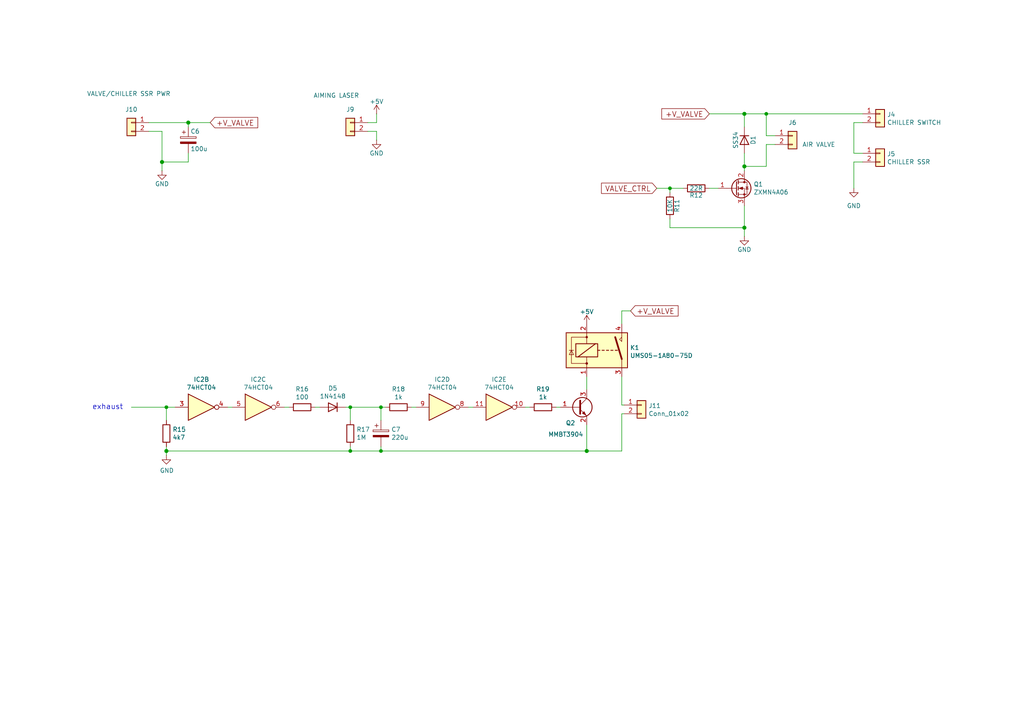
<source format=kicad_sch>
(kicad_sch (version 20250114) (generator "eeschema") (generator_version "9.0")
  (paper "A4")
  (lib_symbols
    (symbol "74xx:74HCT04"
      (property "Reference" "U" (at 0 1.27 0))
      (property "Value" "74HCT04" (at 0 -1.27 0))
      (symbol "74HCT04_1_0"
        (polyline (pts (xy -3.81 3.81) (xy -3.81 -3.81) (xy 3.81 0) (xy -3.81 3.81)) (stroke (width 0.254)) (fill (type background)))
        (pin input line (at -7.62 0 0) (length 3.81) (name "~") (number "1"))
        (pin output inverted (at 7.62 0 180) (length 3.81) (name "~") (number "2"))
      )
      (symbol "74HCT04_2_0"
        (polyline (pts (xy -3.81 3.81) (xy -3.81 -3.81) (xy 3.81 0) (xy -3.81 3.81)) (stroke (width 0.254)) (fill (type background)))
        (pin input line (at -7.62 0 0) (length 3.81) (name "~") (number "3"))
        (pin output inverted (at 7.62 0 180) (length 3.81) (name "~") (number "4"))
      )
      (symbol "74HCT04_3_0"
        (polyline (pts (xy -3.81 3.81) (xy -3.81 -3.81) (xy 3.81 0) (xy -3.81 3.81)) (stroke (width 0.254)) (fill (type background)))
        (pin input line (at -7.62 0 0) (length 3.81) (name "~") (number "5"))
        (pin output inverted (at 7.62 0 180) (length 3.81) (name "~") (number "6"))
      )
      (symbol "74HCT04_4_0"
        (polyline (pts (xy -3.81 3.81) (xy -3.81 -3.81) (xy 3.81 0) (xy -3.81 3.81)) (stroke (width 0.254)) (fill (type background)))
        (pin input line (at -7.62 0 0) (length 3.81) (name "~") (number "9"))
        (pin output inverted (at 7.62 0 180) (length 3.81) (name "~") (number "8"))
      )
      (symbol "74HCT04_5_0"
        (polyline (pts (xy -3.81 3.81) (xy -3.81 -3.81) (xy 3.81 0) (xy -3.81 3.81)) (stroke (width 0.254)) (fill (type background)))
        (pin input line (at -7.62 0 0) (length 3.81) (name "~") (number "11"))
        (pin output inverted (at 7.62 0 180) (length 3.81) (name "~") (number "10"))
      )
      (symbol "74HCT04_6_0"
        (polyline (pts (xy -3.81 3.81) (xy -3.81 -3.81) (xy 3.81 0) (xy -3.81 3.81)) (stroke (width 0.254)) (fill (type background)))
        (pin input line (at -7.62 0 0) (length 3.81) (name "~") (number "13"))
        (pin output inverted (at 7.62 0 180) (length 3.81) (name "~") (number "12"))
      )
      (symbol "74HCT04_7_0"
        (pin power_in line (at 0 12.7 270) (length 5.08) (name "VCC") (number "14"))
        (pin power_in line (at 0 -12.7 90) (length 5.08) (name "GND") (number "7"))
      )
      (symbol "74HCT04_7_1"
        (rectangle (start -5.08 7.62) (end 5.08 -7.62) (stroke (width 0.254)) (fill (type background)))
      )
    )
    (symbol "Connector_Generic:Conn_01x02" (pin_names (offset 1.016) (hide yes))
      (property "Reference" "J" (at 0 2.54 0))
      (property "Value" "Conn_01x02" (at 0 -5.08 0))
      (symbol "Conn_01x02_1_1"
        (rectangle (start -1.27 1.27) (end 1.27 -3.81) (stroke (width 0.254)) (fill (type background)))
        (rectangle (start -1.27 0.127) (end 0 -0.127) (stroke (width 0.1524)))
        (rectangle (start -1.27 -2.413) (end 0 -2.667) (stroke (width 0.1524)))
        (pin passive line (at -5.08 0 0) (length 3.81) (name "Pin_1") (number "1"))
        (pin passive line (at -5.08 -2.54 0) (length 3.81) (name "Pin_2") (number "2"))
      )
    )
    (symbol "Device:CP" (pin_numbers (hide yes)) (pin_names (offset 0.254))
      (property "Reference" "C" (at 0.635 2.54 0))
      (property "Value" "CP" (at 0.635 -2.54 0))
      (symbol "CP_0_1"
        (rectangle (start -2.286 0.508) (end -2.286 1.016))
        (rectangle (start -2.286 0.508) (end 2.286 0.508))
        (polyline (pts (xy -1.778 2.286) (xy -0.762 2.286)))
        (polyline (pts (xy -1.27 2.794) (xy -1.27 1.778)))
        (rectangle (start 2.286 1.016) (end -2.286 1.016))
        (rectangle (start 2.286 1.016) (end 2.286 0.508))
        (rectangle (start 2.286 -0.508) (end -2.286 -1.016) (fill (type outline)))
      )
      (symbol "CP_1_1"
        (pin passive line (at 0 3.81 270) (length 2.794) (name "~") (number "1"))
        (pin passive line (at 0 -3.81 90) (length 2.794) (name "~") (number "2"))
      )
    )
    (symbol "Device:C_Polarized" (pin_numbers (hide yes)) (pin_names (offset 0.254))
      (property "Reference" "C" (at 0.635 2.54 0))
      (property "Value" "C_Polarized" (at 0.635 -2.54 0))
      (symbol "C_Polarized_0_1"
        (rectangle (start -2.286 0.508) (end 2.286 1.016))
        (polyline (pts (xy -1.778 2.286) (xy -0.762 2.286)))
        (polyline (pts (xy -1.27 2.794) (xy -1.27 1.778)))
        (rectangle (start 2.286 -0.508) (end -2.286 -1.016) (fill (type outline)))
      )
      (symbol "C_Polarized_1_1"
        (pin passive line (at 0 3.81 270) (length 2.794) (name "~") (number "1"))
        (pin passive line (at 0 -3.81 90) (length 2.794) (name "~") (number "2"))
      )
    )
    (symbol "Device:D" (pin_numbers (hide yes)) (pin_names (offset 1.016) (hide yes))
      (property "Reference" "D" (at 0 2.54 0))
      (property "Value" "D" (at 0 -2.54 0))
      (symbol "D_0_1"
        (polyline (pts (xy -1.27 1.27) (xy -1.27 -1.27)) (stroke (width 0.254)))
        (polyline (pts (xy 1.27 1.27) (xy 1.27 -1.27) (xy -1.27 0) (xy 1.27 1.27)) (stroke (width 0.254)))
        (polyline (pts (xy 1.27 0) (xy -1.27 0)))
      )
      (symbol "D_1_1"
        (pin passive line (at -3.81 0 0) (length 2.54) (name "K") (number "1"))
        (pin passive line (at 3.81 0 180) (length 2.54) (name "A") (number "2"))
      )
    )
    (symbol "Device:R" (pin_numbers (hide yes)) (pin_names (offset 0))
      (property "Reference" "R" (at 2.032 0 90))
      (property "Value" "R" (at 0 0 90))
      (symbol "R_0_1"
        (rectangle (start -1.016 -2.54) (end 1.016 2.54) (stroke (width 0.254)))
      )
      (symbol "R_1_1"
        (pin passive line (at 0 3.81 270) (length 1.27) (name "~") (number "1"))
        (pin passive line (at 0 -3.81 90) (length 1.27) (name "~") (number "2"))
      )
    )
    (symbol "Transistor_BJT:MMBT3904" (pin_names (offset 0) (hide yes))
      (property "Reference" "Q" (at 5.08 1.905 0))
      (property "Value" "MMBT3904" (at 5.08 0 0))
      (symbol "MMBT3904_0_1"
        (polyline (pts (xy -2.54 0) (xy 0.635 0)))
        (polyline (pts (xy 0.635 1.905) (xy 0.635 -1.905)) (stroke (width 0.508)))
        (circle (center 1.27 0) (radius 2.8194) (stroke (width 0.254)))
      )
      (symbol "MMBT3904_1_1"
        (polyline (pts (xy 0.635 0.635) (xy 2.54 2.54)))
        (polyline (pts (xy 0.635 -0.635) (xy 2.54 -2.54)))
        (polyline (pts (xy 1.27 -1.778) (xy 1.778 -1.27) (xy 2.286 -2.286) (xy 1.27 -1.778)) (fill (type outline)))
        (pin input line (at -5.08 0 0) (length 2.54) (name "B") (number "1"))
        (pin passive line (at 2.54 5.08 270) (length 2.54) (name "C") (number "3"))
        (pin passive line (at 2.54 -5.08 90) (length 2.54) (name "E") (number "2"))
      )
    )
    (symbol "Transistor_FET:Q_NMOS_GDS" (pin_names (offset 0) (hide yes))
      (property "Reference" "Q" (at 5.08 1.905 0))
      (property "Value" "Q_NMOS_GDS" (at 5.08 0 0))
      (symbol "Q_NMOS_GDS_0_1"
        (polyline (pts (xy 0.254 1.905) (xy 0.254 -1.905)) (stroke (width 0.254)))
        (polyline (pts (xy 0.254 0) (xy -2.54 0)))
        (polyline (pts (xy 0.762 2.286) (xy 0.762 1.27)) (stroke (width 0.254)))
        (polyline (pts (xy 0.762 0.508) (xy 0.762 -0.508)) (stroke (width 0.254)))
        (polyline (pts (xy 0.762 -1.27) (xy 0.762 -2.286)) (stroke (width 0.254)))
        (polyline (pts (xy 0.762 -1.778) (xy 3.302 -1.778) (xy 3.302 1.778) (xy 0.762 1.778)))
        (polyline (pts (xy 1.016 0) (xy 2.032 0.381) (xy 2.032 -0.381) (xy 1.016 0)) (fill (type outline)))
        (circle (center 1.651 0) (radius 2.794) (stroke (width 0.254)))
        (polyline (pts (xy 2.54 2.54) (xy 2.54 1.778)))
        (circle (center 2.54 1.778) (radius 0.254) (fill (type outline)))
        (circle (center 2.54 -1.778) (radius 0.254) (fill (type outline)))
        (polyline (pts (xy 2.54 -2.54) (xy 2.54 0) (xy 0.762 0)))
        (polyline (pts (xy 2.921 0.381) (xy 3.683 0.381)))
        (polyline (pts (xy 3.302 0.381) (xy 2.921 -0.254) (xy 3.683 -0.254) (xy 3.302 0.381)))
      )
      (symbol "Q_NMOS_GDS_1_1"
        (pin input line (at -5.08 0 0) (length 2.54) (name "G") (number "1"))
        (pin passive line (at 2.54 5.08 270) (length 2.54) (name "D") (number "2"))
        (pin passive line (at 2.54 -5.08 90) (length 2.54) (name "S") (number "3"))
      )
    )
    (symbol "power:+5V" (power) (pin_numbers (hide yes)) (pin_names (offset 0) (hide yes))
      (property "Value" "+5V" (at 0 3.556 0))
      (symbol "+5V_0_1"
        (polyline (pts (xy -0.762 1.27) (xy 0 2.54)))
        (polyline (pts (xy 0 2.54) (xy 0.762 1.27)))
        (polyline (pts (xy 0 0) (xy 0 2.54)))
      )
      (symbol "+5V_1_1"
        (pin power_in line (at 0 0 90) (length 0) (name "~") (number "1"))
      )
    )
    (symbol "power:GND" (power) (pin_numbers (hide yes)) (pin_names (offset 0) (hide yes))
      (property "Value" "GND" (at 0 -3.81 0))
      (symbol "GND_0_1"
        (polyline (pts (xy 0 0) (xy 0 -1.27) (xy 1.27 -1.27) (xy 0 -2.54) (xy -1.27 -1.27) (xy 0 -1.27)))
      )
      (symbol "GND_1_1"
        (pin power_in line (at 0 0 270) (length 0) (name "~") (number "1"))
      )
    )
    (symbol "ums05-1a80-75d:UMS05-1A80-75D"
      (property "Reference" "K" (at 7.62 3.81 0))
      (property "Value" "UMS05-1A80-75D" (at 7.62 1.27 0))
      (symbol "UMS05-1A80-75D_0_0"
        (polyline (pts (xy 5.08 5.08) (xy 5.08 2.54) (xy 4.445 3.175) (xy 5.08 3.81)))
      )
      (symbol "UMS05-1A80-75D_0_1"
        (rectangle (start -11.049 5.08) (end 6.731 -5.08) (stroke (width 0.254)) (fill (type background)))
        (polyline (pts (xy -9.525 0) (xy -8.89 -1.27) (xy -10.16 -1.27) (xy -9.525 0)))
        (polyline (pts (xy -8.89 0) (xy -10.16 0)))
        (rectangle (start -8.255 1.905) (end -1.905 -1.905) (stroke (width 0.254)))
        (polyline (pts (xy -7.62 -1.905) (xy -2.54 1.905)) (stroke (width 0.254)))
        (polyline (pts (xy -5.08 5.08) (xy -5.08 1.905)))
        (circle (center -5.08 3.81) (radius 0.254) (fill (type outline)))
        (polyline (pts (xy -5.08 3.81) (xy -9.525 3.81) (xy -9.525 -3.81) (xy -5.08 -3.81)))
        (circle (center -5.08 -3.81) (radius 0.2794) (fill (type outline)))
        (polyline (pts (xy -5.08 -5.08) (xy -5.08 -1.905)))
        (polyline (pts (xy -1.905 0) (xy -1.27 0)) (stroke (width 0.254)))
        (polyline (pts (xy -0.635 0) (xy 0 0)) (stroke (width 0.254)))
        (polyline (pts (xy 0.635 0) (xy 1.27 0)) (stroke (width 0.254)))
        (polyline (pts (xy 1.905 0) (xy 2.54 0)) (stroke (width 0.254)))
        (polyline (pts (xy 3.175 0) (xy 3.81 0)) (stroke (width 0.254)))
        (polyline (pts (xy 5.08 -2.54) (xy 3.175 3.81)) (stroke (width 0.508)))
        (polyline (pts (xy 5.08 -2.54) (xy 5.08 -5.08)))
      )
      (symbol "UMS05-1A80-75D_1_1"
        (pin passive line (at -5.08 7.62 270) (length 2.54) (name "~") (number "2"))
        (pin passive line (at -5.08 -7.62 90) (length 2.54) (name "~") (number "1"))
        (pin passive line (at 5.08 7.62 270) (length 2.54) (name "~") (number "4"))
        (pin passive line (at 5.08 -7.62 90) (length 2.54) (name "~") (number "3"))
      )
    )
  )
  (text "exhaust" (at 31.242 118.11 0) (effects (font (size 1.524 1.524))))
  (junction (at 222.25 33.02))
  (junction (at 215.9 48.26) (diameter 1.016))
  (junction (at 101.6 118.11))
  (junction (at 48.26 130.81) (diameter 1.016))
  (junction (at 215.9 33.02) (diameter 1.016))
  (junction (at 215.9 66.04) (diameter 1.016))
  (junction (at 54.61 35.56) (diameter 1.016))
  (junction (at 46.99 46.99) (diameter 1.016))
  (junction (at 194.31 54.61))
  (junction (at 101.6 130.81))
  (junction (at 110.49 130.81))
  (junction (at 110.49 118.11))
  (junction (at 48.26 118.11))
  (junction (at 170.18 130.81) (diameter 1.016))
  (wire (pts (xy 250.19 35.56) (xy 247.65 35.56)))
  (wire (pts (xy 180.34 90.17) (xy 180.34 93.98)))
  (wire (pts (xy 180.34 109.22) (xy 180.34 117.475)))
  (wire (pts (xy 222.25 33.02) (xy 250.19 33.02)))
  (wire (pts (xy 215.9 48.26) (xy 222.25 48.26)))
  (wire (pts (xy 43.18 35.56) (xy 54.61 35.56)))
  (wire (pts (xy 215.9 33.02) (xy 215.9 36.83)))
  (wire (pts (xy 170.18 123.19) (xy 170.18 130.81)))
  (wire (pts (xy 91.44 118.11) (xy 92.71 118.11)))
  (wire (pts (xy 180.975 120.015) (xy 180.34 120.015)))
  (wire (pts (xy 247.65 35.56) (xy 247.65 44.45)))
  (wire (pts (xy 215.9 59.69) (xy 215.9 66.04)))
  (wire (pts (xy 205.74 33.02) (xy 215.9 33.02)))
  (wire (pts (xy 109.22 38.1) (xy 109.22 40.64)))
  (wire (pts (xy 194.31 54.61) (xy 198.12 54.61)))
  (wire (pts (xy 100.33 118.11) (xy 101.6 118.11)))
  (wire (pts (xy 109.22 35.56) (xy 109.22 33.02)))
  (wire (pts (xy 101.6 118.11) (xy 110.49 118.11)))
  (wire (pts (xy 180.34 117.475) (xy 180.975 117.475)))
  (wire (pts (xy 48.26 132.08) (xy 48.26 130.81)))
  (wire (pts (xy 190.5 54.61) (xy 194.31 54.61)))
  (wire (pts (xy 110.49 118.11) (xy 111.76 118.11)))
  (wire (pts (xy 135.89 118.11) (xy 137.16 118.11)))
  (wire (pts (xy 110.49 118.11) (xy 110.49 121.92)))
  (wire (pts (xy 82.55 118.11) (xy 83.82 118.11)))
  (wire (pts (xy 180.34 130.81) (xy 170.18 130.81)))
  (wire (pts (xy 119.38 118.11) (xy 120.65 118.11)))
  (wire (pts (xy 215.9 48.26) (xy 215.9 49.53)))
  (wire (pts (xy 54.61 35.56) (xy 54.61 36.83)))
  (wire (pts (xy 48.26 130.81) (xy 48.26 129.54)))
  (wire (pts (xy 194.31 54.61) (xy 194.31 55.88)))
  (wire (pts (xy 43.18 38.1) (xy 46.99 38.1)))
  (wire (pts (xy 194.31 66.04) (xy 215.9 66.04)))
  (wire (pts (xy 54.61 35.56) (xy 60.96 35.56)))
  (wire (pts (xy 46.99 38.1) (xy 46.99 46.99)))
  (wire (pts (xy 208.28 54.61) (xy 205.74 54.61)))
  (wire (pts (xy 48.26 118.11) (xy 48.26 121.92)))
  (wire (pts (xy 101.6 118.11) (xy 101.6 121.92)))
  (wire (pts (xy 182.88 90.17) (xy 180.34 90.17)))
  (wire (pts (xy 101.6 130.81) (xy 110.49 130.81)))
  (wire (pts (xy 48.26 130.81) (xy 101.6 130.81)))
  (wire (pts (xy 222.25 39.37) (xy 222.25 33.02)))
  (wire (pts (xy 101.6 129.54) (xy 101.6 130.81)))
  (wire (pts (xy 215.9 66.04) (xy 215.9 68.58)))
  (wire (pts (xy 224.79 39.37) (xy 222.25 39.37)))
  (wire (pts (xy 170.18 109.22) (xy 170.18 113.03)))
  (wire (pts (xy 66.04 118.11) (xy 67.31 118.11)))
  (wire (pts (xy 46.99 46.99) (xy 46.99 49.53)))
  (wire (pts (xy 180.34 120.015) (xy 180.34 130.81)))
  (wire (pts (xy 222.25 41.91) (xy 222.25 48.26)))
  (wire (pts (xy 215.9 44.45) (xy 215.9 48.26)))
  (wire (pts (xy 110.49 130.81) (xy 170.18 130.81)))
  (wire (pts (xy 250.19 46.99) (xy 247.65 46.99)))
  (wire (pts (xy 54.61 44.45) (xy 54.61 46.99)))
  (wire (pts (xy 247.65 44.45) (xy 250.19 44.45)))
  (wire (pts (xy 222.25 33.02) (xy 215.9 33.02)))
  (wire (pts (xy 48.26 118.11) (xy 50.8 118.11)))
  (wire (pts (xy 152.4 118.11) (xy 153.67 118.11)))
  (wire (pts (xy 194.31 63.5) (xy 194.31 66.04)))
  (wire (pts (xy 106.68 35.56) (xy 109.22 35.56)))
  (wire (pts (xy 224.79 41.91) (xy 222.25 41.91)))
  (wire (pts (xy 110.49 129.54) (xy 110.49 130.81)))
  (wire (pts (xy 161.29 118.11) (xy 162.56 118.11)))
  (wire (pts (xy 38.1 118.11) (xy 48.26 118.11)))
  (wire (pts (xy 106.68 38.1) (xy 109.22 38.1)))
  (wire (pts (xy 247.65 46.99) (xy 247.65 54.61)))
  (wire (pts (xy 46.99 46.99) (xy 54.61 46.99)))
  (global_label "+V_VALVE" (shape input) (at 182.88 90.17 0) (effects (font (size 1.524 1.524))) (property "Intersheetrefs" "${INTERSHEET_REFS}" (effects (hide yes))))
  (global_label "VALVE_CTRL" (shape input) (at 190.5 54.61 180) (effects (font (size 1.524 1.524))) (property "Intersheetrefs" "${INTERSHEET_REFS}" (effects (hide yes))))
  (global_label "+V_VALVE" (shape input) (at 205.74 33.02 180) (effects (font (size 1.524 1.524))) (property "Intersheetrefs" "${INTERSHEET_REFS}" (effects (hide yes))))
  (global_label "+V_VALVE" (shape input) (at 60.96 35.56 0) (effects (font (size 1.524 1.524))) (property "Intersheetrefs" "${INTERSHEET_REFS}" (effects (hide yes))))
  (symbol (lib_id "Connector_Generic:Conn_01x02") (at 101.6 35.56 0) (mirror y) (unit 1)
    (property "Reference" "J9" (at 101.6 31.75 0))
    (property "Value" "AIMING LASER" (at 97.536 27.686 0))
    (property "Footprint" "Connector_JST:JST_XH_B2B-XH-A_1x02_P2.50mm_Vertical" (effects (hide yes)))
  )
  (symbol (lib_id "power:GND") (at 109.22 40.64 0) (unit 1)
    (property "Reference" "#PWR041" (effects (hide yes)))
    (property "Value" "GND" (at 109.22 44.45 0))
    (property "Description" "Power symbol creates a global label with name \"GND\" , ground" (effects (hide yes)))
  )
  (symbol (lib_id "power:+5V") (at 109.22 33.02 0) (unit 1)
    (property "Reference" "#PWR042" (effects (hide yes)))
    (property "Value" "+5V" (at 109.22 29.464 0))
    (property "Description" "Power symbol creates a global label with name \"+5V\"" (effects (hide yes)))
  )
  (symbol (lib_id "Connector_Generic:Conn_01x02") (at 38.1 35.56 0) (mirror y) (unit 1)
    (property "Reference" "J10" (at 38.1 31.75 0))
    (property "Value" "VALVE/CHILLER SSR PWR" (at 37.338 27.178 0))
    (property "Footprint" "Connector_JST:JST_XH_B2B-XH-A_1x02_P2.50mm_Vertical" (effects (hide yes)))
  )
  (symbol (lib_id "power:GND") (at 46.99 49.53 0) (unit 1)
    (property "Reference" "#PWR039" (effects (hide yes)))
    (property "Value" "GND" (at 46.99 53.34 0))
    (property "Description" "Power symbol creates a global label with name \"GND\" , ground" (effects (hide yes)))
  )
  (symbol (lib_id "Device:C_Polarized") (at 54.61 40.64 0) (unit 1)
    (property "Reference" "C6" (at 55.245 38.1 0) (effects (justify left)))
    (property "Value" "100u" (at 55.245 43.18 0) (effects (justify left)))
    (property "Footprint" "Capacitor_SMD:CP_Elec_10x10" (effects (hide yes)))
    (property "Description" "Polarized capacitor" (effects (hide yes)))
  )
  (symbol (lib_id "Connector_Generic:Conn_01x02") (at 229.87 39.37 0) (unit 1)
    (property "Reference" "J6" (at 229.87 35.56 0))
    (property "Value" "AIR VALVE" (at 237.49 41.91 0))
    (property "Footprint" "Connector_JST:JST_XH_B2B-XH-A_1x02_P2.50mm_Vertical" (effects (hide yes)))
  )
  (symbol (lib_id "Device:D") (at 215.9 40.64 270) (unit 1)
    (property "Reference" "D1" (at 218.44 40.64 0))
    (property "Value" "SS34" (at 213.36 40.64 0))
    (property "Footprint" "Diode_SMD:D_SMA" (effects (hide yes)))
    (property "Description" "Diode" (effects (hide yes)))
    (property "Sim.Device" "D" (effects (hide yes)))
    (property "Sim.Pins" "1=K 2=A" (effects (hide yes)))
  )
  (symbol (lib_id "power:GND") (at 215.9 68.58 0) (unit 1)
    (property "Reference" "#PWR040" (effects (hide yes)))
    (property "Value" "GND" (at 215.9 72.39 0))
    (property "Description" "Power symbol creates a global label with name \"GND\" , ground" (effects (hide yes)))
  )
  (symbol (lib_id "Device:R") (at 201.93 54.61 270) (unit 1)
    (property "Reference" "R12" (at 201.93 56.642 90))
    (property "Value" "22R" (at 201.93 54.61 90))
    (property "Footprint" "Resistor_SMD:R_0603_1608Metric" (effects (hide yes)))
  )
  (symbol (lib_id "Device:R") (at 194.31 59.69 0) (unit 1)
    (property "Reference" "R11" (at 196.342 59.69 90))
    (property "Value" "10K" (at 194.31 59.69 90))
    (property "Footprint" "Resistor_SMD:R_0603_1608Metric" (effects (hide yes)))
  )
  (symbol (lib_id "Transistor_FET:Q_NMOS_GDS") (at 213.36 54.61 0) (unit 1)
    (property "Reference" "Q1" (at 218.567 53.4416 0) (effects (justify left)))
    (property "Value" "ZXMN4A06" (at 218.567 55.753 0) (effects (justify left)))
    (property "Footprint" "Package_TO_SOT_SMD:SOT-223-3_TabPin2" (effects (hide yes)))
    (property "Description" "N-MOSFET transistor, gate/drain/source" (effects (hide yes)))
  )
  (symbol (lib_id "Connector_Generic:Conn_01x02") (at 255.27 33.02 0) (unit 1)
    (property "Reference" "J4" (at 257.302 33.2232 0) (effects (justify left)))
    (property "Value" "CHILLER SWITCH" (at 257.302 35.5346 0) (effects (justify left)))
    (property "Footprint" "Connector_JST:JST_XH_B2B-XH-A_1x02_P2.50mm_Vertical" (effects (hide yes)))
  )
  (symbol (lib_id "Connector_Generic:Conn_01x02") (at 255.27 44.45 0) (unit 1)
    (property "Reference" "J5" (at 257.2766 44.6532 0) (effects (justify left)))
    (property "Value" "CHILLER SSR" (at 257.2766 46.9646 0) (effects (justify left)))
    (property "Footprint" "Connector_JST:JST_XH_B2B-XH-A_1x02_P2.50mm_Vertical" (effects (hide yes)))
  )
  (symbol (lib_id "74xx:74HCT04") (at 128.27 118.11 0) (unit 4)
    (property "Reference" "IC2" (at 128.27 110.0582 0))
    (property "Value" "74HCT04" (at 128.27 112.3696 0))
    (property "Footprint" "Package_SO:SOIC-14_3.9x8.7mm_P1.27mm" (effects (hide yes)))
    (property "Datasheet" "https://assets.nexperia.com/documents/data-sheet/74HC_HCT04.pdf" (effects (hide yes)))
    (property "Description" "Hex Inverter" (effects (hide yes)))
  )
  (symbol (lib_id "power:GND") (at 48.26 132.08 0) (unit 1)
    (property "Reference" "#PWR0114" (effects (hide yes)))
    (property "Value" "GND" (at 48.387 136.4742 0))
  )
  (symbol (lib_id "Device:R") (at 115.57 118.11 270) (unit 1)
    (property "Reference" "R18" (at 115.57 112.8522 90))
    (property "Value" "1k" (at 115.57 115.1636 90))
    (property "Footprint" "Resistor_SMD:R_0603_1608Metric" (effects (hide yes)))
  )
  (symbol (lib_id "74xx:74HCT04") (at 58.42 118.11 0) (unit 2)
    (property "Reference" "IC2" (at 58.42 110.0582 0))
    (property "Value" "74HCT04" (at 58.42 112.3696 0))
    (property "Footprint" "Package_SO:SOIC-14_3.9x8.7mm_P1.27mm" (effects (hide yes)))
    (property "Datasheet" "https://assets.nexperia.com/documents/data-sheet/74HC_HCT04.pdf" (effects (hide yes)))
    (property "Description" "Hex Inverter" (effects (hide yes)))
  )
  (symbol (lib_id "74xx:74HCT04") (at 74.93 118.11 0) (unit 3)
    (property "Reference" "IC2" (at 74.93 110.0582 0))
    (property "Value" "74HCT04" (at 74.93 112.3696 0))
    (property "Footprint" "Package_SO:SOIC-14_3.9x8.7mm_P1.27mm" (effects (hide yes)))
    (property "Datasheet" "https://assets.nexperia.com/documents/data-sheet/74HC_HCT04.pdf" (effects (hide yes)))
    (property "Description" "Hex Inverter" (effects (hide yes)))
  )
  (symbol (lib_id "ums05-1a80-75d:UMS05-1A80-75D") (at 175.26 101.6 0) (unit 1)
    (property "Reference" "K1" (at 182.7531 100.8391 0) (effects (justify left)))
    (property "Value" "UMS05-1A80-75D" (at 182.7531 103.1378 0) (effects (justify left)))
    (property "Footprint" "Exhaustcontrol:DIL-relay" (effects (hide yes)))
    (property "Datasheet" "https://standexelectronics.com/de/produkte/ums-reed-relais/" (effects (hide yes)))
  )
  (symbol (lib_id "Device:R") (at 157.48 118.11 270) (unit 1)
    (property "Reference" "R19" (at 157.48 112.8522 90))
    (property "Value" "1k" (at 157.48 115.1636 90))
    (property "Footprint" "Resistor_SMD:R_0603_1608Metric" (effects (hide yes)))
  )
  (symbol (lib_id "power:GND") (at 247.65 54.61 0) (unit 1)
    (property "Reference" "#PWR01" (effects (hide yes)))
    (property "Value" "GND" (at 247.65 59.69 0))
    (property "Description" "Power symbol creates a global label with name \"GND\" , ground" (effects (hide yes)))
  )
  (symbol (lib_id "Device:R") (at 87.63 118.11 270) (unit 1)
    (property "Reference" "R16" (at 87.63 112.8522 90))
    (property "Value" "100" (at 87.63 115.1636 90))
    (property "Footprint" "Resistor_SMD:R_0603_1608Metric" (effects (hide yes)))
  )
  (symbol (lib_id "Device:R") (at 48.26 125.73 0) (unit 1)
    (property "Reference" "R15" (at 50.038 124.5616 0) (effects (justify left)))
    (property "Value" "4k7" (at 50.038 126.873 0) (effects (justify left)))
    (property "Footprint" "Resistor_SMD:R_0603_1608Metric" (effects (hide yes)))
  )
  (symbol (lib_id "Connector_Generic:Conn_01x02") (at 186.055 117.475 0) (unit 1)
    (property "Reference" "J11" (at 188.087 117.6782 0) (effects (justify left)))
    (property "Value" "Conn_01x02" (at 188.087 119.9896 0) (effects (justify left)))
    (property "Footprint" "Connector_JST:JST_XH_B02B-XH-A_1x02_P2.50mm_Vertical" (effects (hide yes)))
  )
  (symbol (lib_id "Device:R") (at 101.6 125.73 0) (unit 1)
    (property "Reference" "R17" (at 103.378 124.5616 0) (effects (justify left)))
    (property "Value" "1M" (at 103.378 126.873 0) (effects (justify left)))
    (property "Footprint" "Resistor_SMD:R_0603_1608Metric" (effects (hide yes)))
  )
  (symbol (lib_id "Device:D") (at 96.52 118.11 180) (unit 1)
    (property "Reference" "D5" (at 96.52 112.6236 0))
    (property "Value" "1N4148" (at 96.52 114.935 0))
    (property "Footprint" "Diode_SMD:D_MiniMELF" (effects (hide yes)))
  )
  (symbol (lib_id "power:+5V") (at 170.18 93.98 0) (unit 1)
    (property "Reference" "#PWR08" (effects (hide yes)))
    (property "Value" "+5V" (at 170.18 90.4326 0))
  )
  (symbol (lib_id "Device:CP") (at 110.49 125.73 0) (unit 1)
    (property "Reference" "C7" (at 113.4872 124.5616 0) (effects (justify left)))
    (property "Value" "220u" (at 113.4872 126.873 0) (effects (justify left)))
    (property "Footprint" "Capacitor_SMD:CP_Elec_10x10" (effects (hide yes)))
  )
  (symbol (lib_id "74xx:74HCT04") (at 144.78 118.11 0) (unit 5)
    (property "Reference" "IC2" (at 144.78 110.0582 0))
    (property "Value" "74HCT04" (at 144.78 112.3696 0))
    (property "Footprint" "Package_SO:SOIC-14_3.9x8.7mm_P1.27mm" (effects (hide yes)))
    (property "Datasheet" "https://assets.nexperia.com/documents/data-sheet/74HC_HCT04.pdf" (effects (hide yes)))
    (property "Description" "Hex Inverter" (effects (hide yes)))
  )
  (symbol (lib_id "Transistor_BJT:MMBT3904") (at 167.64 118.11 0) (unit 1)
    (property "Reference" "Q2" (at 164.084 122.682 0) (effects (justify left)))
    (property "Value" "MMBT3904" (at 159.004 125.984 0) (effects (justify left)))
    (property "Footprint" "Package_TO_SOT_SMD:SOT-23" (effects (hide yes)))
    (property "Datasheet" "https://www.onsemi.com/pdf/datasheet/pzt3904-d.pdf" (effects (hide yes)))
    (property "Description" "0.2A Ic, 40V Vce, Small Signal NPN Transistor, SOT-23" (effects (hide yes)))
  )
)
</source>
